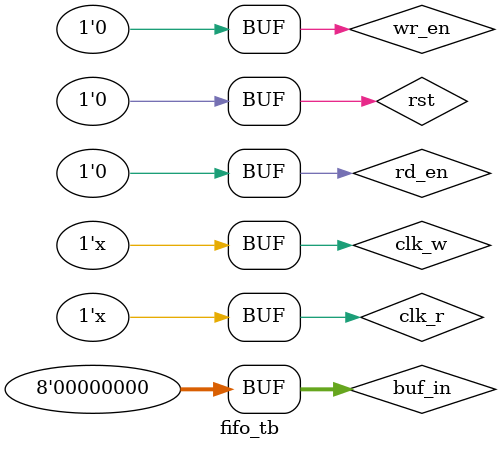
<source format=v>
`timescale 1ns / 1ps

module fifo_tb(

    );
    reg [7:0] buf_in;
    reg clk_r,clk_w,wr_en,rd_en,rst;
    wire [6:0] counter;
    wire [7:0] buf_out;
    wire empty,full;
    
    
    fifo DUT(buf_in,clk_w,clk_r,wr_en,rd_en,rst,buf_out,empty,full,counter);
    initial begin
        rst<=1;
        buf_in<=0;
        clk_w<=0;
        clk_r<=0;
        wr_en<=0;
        rd_en<=0;
    end
    always begin
        #1 clk_w<=~clk_w;
    end
    always begin
        #10 clk_r<=~clk_r;
    end
    initial begin
        #100 rst<=0;
        #20 wr_en<=1;
           buf_in<=8'd12;
        #2  buf_in<=8'd24;
        #2  buf_in<=8'd2;
        #2  buf_in<=8'd4;
        #2  buf_in<=8'd0;
        #2 wr_en<=0;
        #10 rd_en<=1;
        #200 rd_en <=0;
        
    
    
    end
endmodule

</source>
